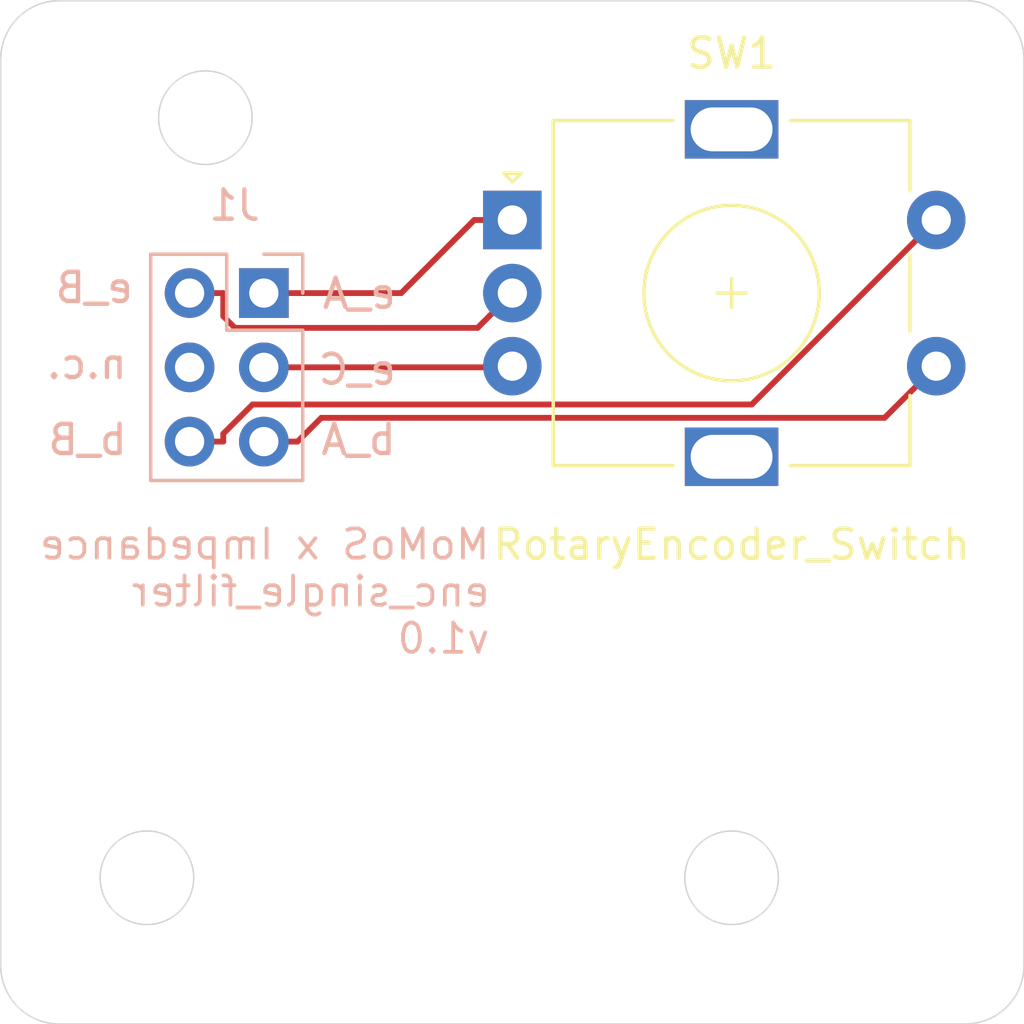
<source format=kicad_pcb>
(kicad_pcb (version 20240108) (generator "pcbnew") (generator_version "8.0")
  (layers (0 "F.Cu" signal) (31 "B.Cu" signal) (34 "B.Paste" user) (35 "F.Paste" user) (36 "B.SilkS" user "B.Silkscreen") (37 "F.SilkS" user "F.Silkscreen") (38 "B.Mask" user) (39 "F.Mask" user) (44 "Edge.Cuts" user))
  (net 0 "")
  (net 2 "/enc_C")
  (net 3 "/enc_B")
  (net 4 "/enc_A")
  (net 5 "/button_A")
  (net 6 "/button_B")
  (footprint "Rotary_Encoder:RotaryEncoder_Alps_EC11E-Switch_Vertical_H20mm" (layer "F.Cu") (at 17.5 -27.5)
    (property "Reference" "SW1" (at 7.5 -5.7 0) (layer "F.SilkS"))
    (property "Value" "RotaryEncoder_Switch" (at 7.5 11.1 0) (layer "F.SilkS"))
    (fp_line (start -0.3 -1.6) (end 0.3 -1.6) (stroke (width 0.12)) (layer "F.SilkS"))
    (fp_line (start 0 -1.3) (end -0.3 -1.6) (stroke (width 0.12)) (layer "F.SilkS"))
    (fp_line (start 0.3 -1.6) (end 0 -1.3) (stroke (width 0.12)) (layer "F.SilkS"))
    (fp_line (start 1.4 -3.4) (end 1.4 8.4) (stroke (width 0.12)) (layer "F.SilkS"))
    (fp_line (start 5.5 -3.4) (end 1.4 -3.4) (stroke (width 0.12)) (layer "F.SilkS"))
    (fp_line (start 5.5 8.4) (end 1.4 8.4) (stroke (width 0.12)) (layer "F.SilkS"))
    (fp_line (start 7 2.5) (end 8 2.5) (stroke (width 0.12)) (layer "F.SilkS"))
    (fp_line (start 7.5 2) (end 7.5 3) (stroke (width 0.12)) (layer "F.SilkS"))
    (fp_line (start 9.5 -3.4) (end 13.6 -3.4) (stroke (width 0.12)) (layer "F.SilkS"))
    (fp_line (start 13.6 -3.4) (end 13.6 -1) (stroke (width 0.12)) (layer "F.SilkS"))
    (fp_line (start 13.6 1.2) (end 13.6 3.8) (stroke (width 0.12)) (layer "F.SilkS"))
    (fp_line (start 13.6 6) (end 13.6 8.4) (stroke (width 0.12)) (layer "F.SilkS"))
    (fp_line (start 13.6 8.4) (end 9.5 8.4) (stroke (width 0.12)) (layer "F.SilkS"))
    (fp_circle (center 7.5 2.5) (end 10.5 2.5) (stroke (width 0.12)) (fill none) (layer "F.SilkS"))
    (pad "A" thru_hole rect (at 0 0) (size 2 2) (drill 1) (layers "*.Cu" "*.Mask" "In1.Cu" "In2.Cu" "In3.Cu" "In4.Cu" "In5.Cu" "In6.Cu" "In7.Cu" "In8.Cu" "In9.Cu" "In10.Cu" "In11.Cu" "In12.Cu" "In13.Cu" "In14.Cu" "In15.Cu" "In16.Cu" "In17.Cu" "In18.Cu" "In19.Cu" "In20.Cu" "In21.Cu" "In22.Cu" "In23.Cu" "In24.Cu" "In25.Cu" "In26.Cu" "In27.Cu" "In28.Cu" "In29.Cu" "In30.Cu") (net 4 "/enc_A"))
    (pad "B" thru_hole circle (at 0 5) (size 2 2) (drill 1) (layers "*.Cu" "*.Mask" "In1.Cu" "In2.Cu" "In3.Cu" "In4.Cu" "In5.Cu" "In6.Cu" "In7.Cu" "In8.Cu" "In9.Cu" "In10.Cu" "In11.Cu" "In12.Cu" "In13.Cu" "In14.Cu" "In15.Cu" "In16.Cu" "In17.Cu" "In18.Cu" "In19.Cu" "In20.Cu" "In21.Cu" "In22.Cu" "In23.Cu" "In24.Cu" "In25.Cu" "In26.Cu" "In27.Cu" "In28.Cu" "In29.Cu" "In30.Cu") (net 2 "/enc_C"))
    (pad "C" thru_hole circle (at 0 2.5) (size 2 2) (drill 1) (layers "*.Cu" "*.Mask" "In1.Cu" "In2.Cu" "In3.Cu" "In4.Cu" "In5.Cu" "In6.Cu" "In7.Cu" "In8.Cu" "In9.Cu" "In10.Cu" "In11.Cu" "In12.Cu" "In13.Cu" "In14.Cu" "In15.Cu" "In16.Cu" "In17.Cu" "In18.Cu" "In19.Cu" "In20.Cu" "In21.Cu" "In22.Cu" "In23.Cu" "In24.Cu" "In25.Cu" "In26.Cu" "In27.Cu" "In28.Cu" "In29.Cu" "In30.Cu") (net 3 "/enc_B"))
    (pad "MP" thru_hole rect (at 7.5 -3.1) (size 3.2 2) (drill oval 2.8 1.5) (layers "*.Cu" "*.Mask" "In1.Cu" "In2.Cu" "In3.Cu" "In4.Cu" "In5.Cu" "In6.Cu" "In7.Cu" "In8.Cu" "In9.Cu" "In10.Cu" "In11.Cu" "In12.Cu" "In13.Cu" "In14.Cu" "In15.Cu" "In16.Cu" "In17.Cu" "In18.Cu" "In19.Cu" "In20.Cu" "In21.Cu" "In22.Cu" "In23.Cu" "In24.Cu" "In25.Cu" "In26.Cu" "In27.Cu" "In28.Cu" "In29.Cu" "In30.Cu"))
    (pad "MP" thru_hole rect (at 7.5 8.1) (size 3.2 2) (drill oval 2.8 1.5) (layers "*.Cu" "*.Mask" "In1.Cu" "In2.Cu" "In3.Cu" "In4.Cu" "In5.Cu" "In6.Cu" "In7.Cu" "In8.Cu" "In9.Cu" "In10.Cu" "In11.Cu" "In12.Cu" "In13.Cu" "In14.Cu" "In15.Cu" "In16.Cu" "In17.Cu" "In18.Cu" "In19.Cu" "In20.Cu" "In21.Cu" "In22.Cu" "In23.Cu" "In24.Cu" "In25.Cu" "In26.Cu" "In27.Cu" "In28.Cu" "In29.Cu" "In30.Cu"))
    (pad "S1" thru_hole circle (at 14.5 5) (size 2 2) (drill 1) (layers "*.Cu" "*.Mask" "In1.Cu" "In2.Cu" "In3.Cu" "In4.Cu" "In5.Cu" "In6.Cu" "In7.Cu" "In8.Cu" "In9.Cu" "In10.Cu" "In11.Cu" "In12.Cu" "In13.Cu" "In14.Cu" "In15.Cu" "In16.Cu" "In17.Cu" "In18.Cu" "In19.Cu" "In20.Cu" "In21.Cu" "In22.Cu" "In23.Cu" "In24.Cu" "In25.Cu" "In26.Cu" "In27.Cu" "In28.Cu" "In29.Cu" "In30.Cu") (net 5 "/button_A"))
    (pad "S2" thru_hole circle (at 14.5 0) (size 2 2) (drill 1) (layers "*.Cu" "*.Mask" "In1.Cu" "In2.Cu" "In3.Cu" "In4.Cu" "In5.Cu" "In6.Cu" "In7.Cu" "In8.Cu" "In9.Cu" "In10.Cu" "In11.Cu" "In12.Cu" "In13.Cu" "In14.Cu" "In15.Cu" "In16.Cu" "In17.Cu" "In18.Cu" "In19.Cu" "In20.Cu" "In21.Cu" "In22.Cu" "In23.Cu" "In24.Cu" "In25.Cu" "In26.Cu" "In27.Cu" "In28.Cu" "In29.Cu" "In30.Cu") (net 6 "/button_B"))
  )
  (footprint "Connector_PinHeader_2.54mm:PinHeader_2x03_P2.54mm_Vertical" (layer "B.Cu") (at 9 -25 180)
    (property "Reference" "J1" (at 1 3 0) (layer "B.SilkS") (effects (justify mirror)))
    (property "Value" "~" (hide yes))
    (fp_line (start 3.87 1.33) (end 1.27 1.33) (stroke (width 0.12)) (layer "B.SilkS"))
    (fp_line (start 3.87 -6.41) (end 3.87 1.33) (stroke (width 0.12)) (layer "B.SilkS"))
    (fp_line (start 3.87 -6.41) (end -1.33 -6.41) (stroke (width 0.12)) (layer "B.SilkS"))
    (fp_line (start 1.27 1.33) (end 1.27 -1.27) (stroke (width 0.12)) (layer "B.SilkS"))
    (fp_line (start 1.27 -1.27) (end -1.33 -1.27) (stroke (width 0.12)) (layer "B.SilkS"))
    (fp_line (start 0 1.33) (end -1.33 1.33) (stroke (width 0.12)) (layer "B.SilkS"))
    (fp_line (start -1.33 1.33) (end -1.33 0) (stroke (width 0.12)) (layer "B.SilkS"))
    (fp_line (start -1.33 -6.41) (end -1.33 -1.27) (stroke (width 0.12)) (layer "B.SilkS"))
    (pad "1" thru_hole rect (at 0 0 180) (size 1.7 1.7) (drill 1) (layers "*.Cu" "*.Mask" "In1.Cu" "In2.Cu" "In3.Cu" "In4.Cu" "In5.Cu" "In6.Cu" "In7.Cu" "In8.Cu" "In9.Cu" "In10.Cu" "In11.Cu" "In12.Cu" "In13.Cu" "In14.Cu" "In15.Cu" "In16.Cu" "In17.Cu" "In18.Cu" "In19.Cu" "In20.Cu" "In21.Cu" "In22.Cu" "In23.Cu" "In24.Cu" "In25.Cu" "In26.Cu" "In27.Cu" "In28.Cu" "In29.Cu" "In30.Cu") (net 4 "/enc_A"))
    (pad "2" thru_hole oval (at 2.54 0 180) (size 1.7 1.7) (drill 1) (layers "*.Cu" "*.Mask" "In1.Cu" "In2.Cu" "In3.Cu" "In4.Cu" "In5.Cu" "In6.Cu" "In7.Cu" "In8.Cu" "In9.Cu" "In10.Cu" "In11.Cu" "In12.Cu" "In13.Cu" "In14.Cu" "In15.Cu" "In16.Cu" "In17.Cu" "In18.Cu" "In19.Cu" "In20.Cu" "In21.Cu" "In22.Cu" "In23.Cu" "In24.Cu" "In25.Cu" "In26.Cu" "In27.Cu" "In28.Cu" "In29.Cu" "In30.Cu") (net 3 "/enc_B"))
    (pad "3" thru_hole oval (at 0 -2.54 180) (size 1.7 1.7) (drill 1) (layers "*.Cu" "*.Mask" "In1.Cu" "In2.Cu" "In3.Cu" "In4.Cu" "In5.Cu" "In6.Cu" "In7.Cu" "In8.Cu" "In9.Cu" "In10.Cu" "In11.Cu" "In12.Cu" "In13.Cu" "In14.Cu" "In15.Cu" "In16.Cu" "In17.Cu" "In18.Cu" "In19.Cu" "In20.Cu" "In21.Cu" "In22.Cu" "In23.Cu" "In24.Cu" "In25.Cu" "In26.Cu" "In27.Cu" "In28.Cu" "In29.Cu" "In30.Cu") (net 2 "/enc_C"))
    (pad "4" thru_hole oval (at 2.54 -2.54 180) (size 1.7 1.7) (drill 1) (layers "*.Cu" "*.Mask" "In1.Cu" "In2.Cu" "In3.Cu" "In4.Cu" "In5.Cu" "In6.Cu" "In7.Cu" "In8.Cu" "In9.Cu" "In10.Cu" "In11.Cu" "In12.Cu" "In13.Cu" "In14.Cu" "In15.Cu" "In16.Cu" "In17.Cu" "In18.Cu" "In19.Cu" "In20.Cu" "In21.Cu" "In22.Cu" "In23.Cu" "In24.Cu" "In25.Cu" "In26.Cu" "In27.Cu" "In28.Cu" "In29.Cu" "In30.Cu"))
    (pad "5" thru_hole oval (at 0 -5.08 180) (size 1.7 1.7) (drill 1) (layers "*.Cu" "*.Mask" "In1.Cu" "In2.Cu" "In3.Cu" "In4.Cu" "In5.Cu" "In6.Cu" "In7.Cu" "In8.Cu" "In9.Cu" "In10.Cu" "In11.Cu" "In12.Cu" "In13.Cu" "In14.Cu" "In15.Cu" "In16.Cu" "In17.Cu" "In18.Cu" "In19.Cu" "In20.Cu" "In21.Cu" "In22.Cu" "In23.Cu" "In24.Cu" "In25.Cu" "In26.Cu" "In27.Cu" "In28.Cu" "In29.Cu" "In30.Cu") (net 5 "/button_A"))
    (pad "6" thru_hole oval (at 2.54 -5.08 180) (size 1.7 1.7) (drill 1) (layers "*.Cu" "*.Mask" "In1.Cu" "In2.Cu" "In3.Cu" "In4.Cu" "In5.Cu" "In6.Cu" "In7.Cu" "In8.Cu" "In9.Cu" "In10.Cu" "In11.Cu" "In12.Cu" "In13.Cu" "In14.Cu" "In15.Cu" "In16.Cu" "In17.Cu" "In18.Cu" "In19.Cu" "In20.Cu" "In21.Cu" "In22.Cu" "In23.Cu" "In24.Cu" "In25.Cu" "In26.Cu" "In27.Cu" "In28.Cu" "In29.Cu" "In30.Cu") (net 6 "/button_B"))
  )
  (gr_circle (center 7 -31) (end 8.6 -31) (stroke (width 0.05)) (fill none) (layer "Edge.Cuts"))
  (gr_line (start 35 -33) (end 35 -2) (stroke (width 0.05)) (layer "Edge.Cuts"))
  (gr_line (start 0 -2) (end 0 -33) (stroke (width 0.05)) (layer "Edge.Cuts"))
  (gr_arc (start 2 0) (mid 0.585786 -0.585786) (end 0 -2) (stroke (width 0.05)) (layer "Edge.Cuts"))
  (gr_circle (center 25 -5) (end 26.6 -5) (stroke (width 0.05)) (fill none) (layer "Edge.Cuts"))
  (gr_line (start 33 0) (end 2 0) (stroke (width 0.05)) (layer "Edge.Cuts"))
  (gr_circle (center 5 -5) (end 6.6 -5) (stroke (width 0.05)) (fill none) (layer "Edge.Cuts"))
  (gr_arc (start 35 -2) (mid 34.414214 -0.585786) (end 33 0) (stroke (width 0.05)) (layer "Edge.Cuts"))
  (gr_line (start 2 -35) (end 33 -35) (stroke (width 0.05)) (layer "Edge.Cuts"))
  (gr_arc (start 33 -35) (mid 34.414214 -34.414214) (end 35 -33) (stroke (width 0.05)) (layer "Edge.Cuts"))
  (gr_arc (start 0 -33) (mid 0.585786 -34.414214) (end 2 -35) (stroke (width 0.05)) (layer "Edge.Cuts"))
  (gr_text "e_A" (at 13.6 -24.4 0) (layer "B.SilkS") (effects (font (size 1 1)) (justify left bottom mirror)))
  (gr_text "MoMoS x Impedance\nenc_single_filter\nv1.0" (at 16.8 -12.6 0) (layer "B.SilkS") (effects (font (size 1 1) (thickness 0.13)) (justify left bottom mirror)))
  (gr_text "b_B" (at 4.4 -19.4 0) (layer "B.SilkS") (effects (font (size 1 1)) (justify left bottom mirror)))
  (gr_text "n.c." (at 4.4 -22 0) (layer "B.SilkS") (effects (font (size 1 1)) (justify left bottom mirror)))
  (gr_text "e_B" (at 4.6 -24.6 0) (layer "B.SilkS") (effects (font (size 1 1)) (justify left bottom mirror)))
  (gr_text "e_C" (at 13.6 -21.8 0) (layer "B.SilkS") (effects (font (size 1 1)) (justify left bottom mirror)))
  (gr_text "b_A" (at 13.6 -19.4 0) (layer "B.SilkS") (effects (font (size 1 1)) (justify left bottom mirror)))
  (segment (start 17.46 -22.46) (end 17.5 -22.5) (width 0.2) (layer "F.Cu") (net 2))
  (segment (start 9 -22.46) (end 17.46 -22.46) (width 0.2) (layer "F.Cu") (net 2))
  (segment (start 7.6117 -25) (end 7.6117 -24.2082) (width 0.2) (layer "F.Cu") (net 3))
  (segment (start 6.46 -25) (end 7.6117 -25) (width 0.2) (layer "F.Cu") (net 3))
  (segment (start 8.0105 -23.8094) (end 16.3094 -23.8094) (width 0.2) (layer "F.Cu") (net 3))
  (segment (start 16.3094 -23.8094) (end 17.5 -25) (width 0.2) (layer "F.Cu") (net 3))
  (segment (start 7.6117 -24.2082) (end 8.0105 -23.8094) (width 0.2) (layer "F.Cu") (net 3))
  (segment (start 9 -25) (end 13.6983 -25) (width 0.2) (layer "F.Cu") (net 4))
  (segment (start 13.6983 -25) (end 16.1983 -27.5) (width 0.2) (layer "F.Cu") (net 4))
  (segment (start 17.5 -27.5) (end 16.1983 -27.5) (width 0.2) (layer "F.Cu") (net 4))
  (segment (start 10.1517 -19.92) (end 10.9646 -20.7329) (width 0.2) (layer "F.Cu") (net 5))
  (segment (start 9 -19.92) (end 10.1517 -19.92) (width 0.2) (layer "F.Cu") (net 5))
  (segment (start 10.9646 -20.7329) (end 30.2329 -20.7329) (width 0.2) (layer "F.Cu") (net 5))
  (segment (start 30.2329 -20.7329) (end 32 -22.5) (width 0.2) (layer "F.Cu") (net 5))
  (segment (start 8.6132 -21.19) (end 7.6117 -20.1885) (width 0.2) (layer "F.Cu") (net 6))
  (segment (start 25.69 -21.19) (end 8.6132 -21.19) (width 0.2) (layer "F.Cu") (net 6))
  (segment (start 6.46 -19.92) (end 7.6117 -19.92) (width 0.2) (layer "F.Cu") (net 6))
  (segment (start 7.6117 -20.1885) (end 7.6117 -19.92) (width 0.2) (layer "F.Cu") (net 6))
  (segment (start 32 -27.5) (end 25.69 -21.19) (width 0.2) (layer "F.Cu") (net 6))
)
</source>
